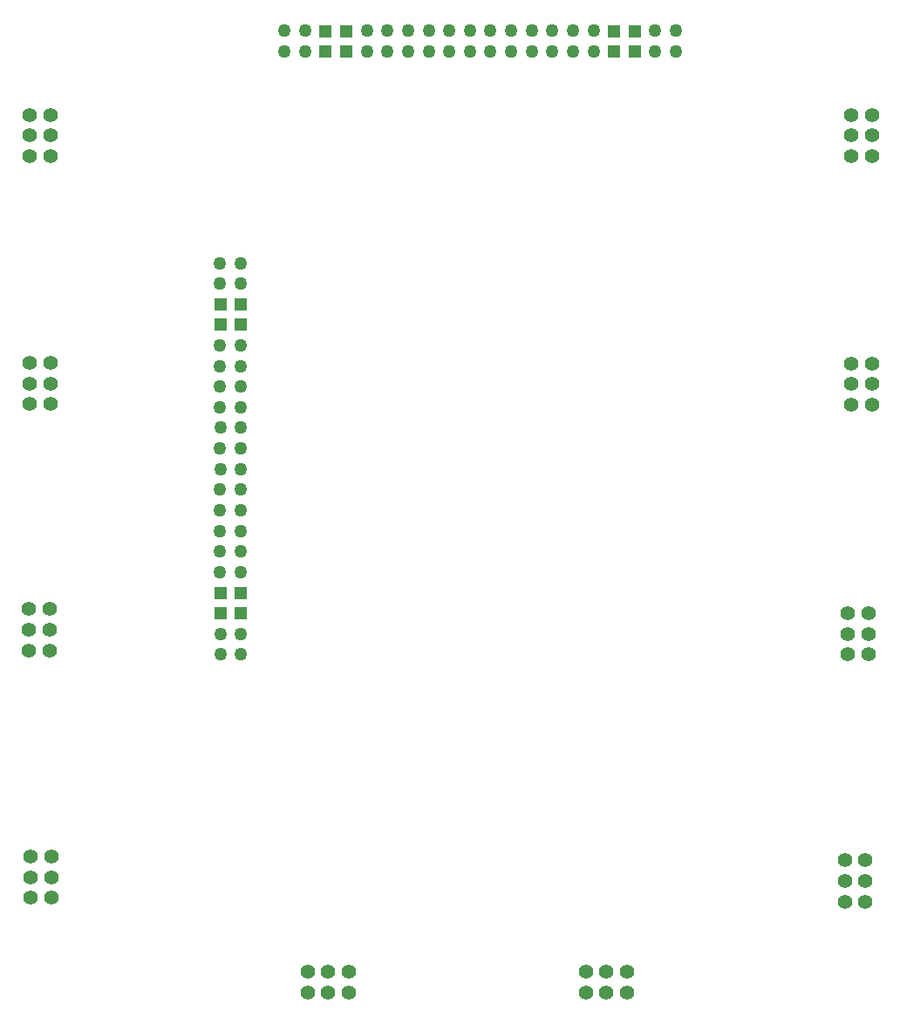
<source format=gbr>
G04 EAGLE Gerber RS-274X export*
G75*
%MOMM*%
%FSLAX34Y34*%
%LPD*%
%INTop Copper*%
%IPPOS*%
%AMOC8*
5,1,8,0,0,1.08239X$1,22.5*%
G01*
G04 Define Apertures*
%ADD10C,1.408000*%
%ADD11R,1.258000X1.258000*%
%ADD12C,1.258000*%
%ADD13C,0.609600*%
%ADD14R,0.756400X0.756400*%
D10*
X817800Y570400D03*
X837800Y570400D03*
X817800Y590400D03*
X837800Y590400D03*
X817800Y610400D03*
X837800Y610400D03*
X817800Y811800D03*
X837800Y811800D03*
X817800Y831800D03*
X837800Y831800D03*
X817800Y851800D03*
X837800Y851800D03*
D11*
X225300Y367900D03*
X225300Y387900D03*
X205300Y367900D03*
X205300Y387900D03*
X225300Y647900D03*
X225200Y668000D03*
X205300Y647900D03*
X205400Y667900D03*
X327500Y913200D03*
X307500Y913200D03*
X307500Y933100D03*
X327500Y933100D03*
X587500Y933200D03*
X587600Y913300D03*
X607400Y933200D03*
X607500Y913000D03*
D12*
X225200Y327900D03*
X225300Y348000D03*
X205300Y328000D03*
X205400Y347900D03*
X225200Y408000D03*
X205200Y407900D03*
X225200Y428000D03*
X205200Y427900D03*
X205200Y447900D03*
X225200Y448000D03*
X225200Y468000D03*
X205200Y468100D03*
X225300Y488000D03*
X205200Y487900D03*
X225200Y507900D03*
X205300Y508000D03*
X225200Y528000D03*
X205200Y527900D03*
X225300Y548000D03*
X205300Y548000D03*
X225300Y568000D03*
X205200Y568000D03*
X225300Y587900D03*
X205200Y587900D03*
X225300Y607900D03*
X205200Y607900D03*
X225300Y628000D03*
X205200Y628000D03*
X225300Y687900D03*
X205200Y687900D03*
X225300Y708000D03*
X205200Y708000D03*
X287600Y913200D03*
X267500Y913200D03*
X287600Y933300D03*
X267500Y933300D03*
X367600Y913200D03*
X347500Y913200D03*
X367600Y933300D03*
X347500Y933300D03*
X407600Y913300D03*
X387500Y913300D03*
X407600Y933400D03*
X387500Y933400D03*
X447600Y913300D03*
X427500Y913300D03*
X447600Y933400D03*
X427500Y933400D03*
X487600Y913200D03*
X467500Y913200D03*
X487600Y933300D03*
X467500Y933300D03*
X527600Y913200D03*
X507500Y913200D03*
X527600Y933300D03*
X507500Y933300D03*
X567700Y913200D03*
X547600Y913200D03*
X567700Y933300D03*
X547600Y933300D03*
X647600Y913200D03*
X627500Y913200D03*
X647600Y933300D03*
X627500Y933300D03*
D10*
X814700Y328100D03*
X834700Y328100D03*
X814700Y348100D03*
X834700Y348100D03*
X814700Y368100D03*
X834700Y368100D03*
X811700Y88100D03*
X831700Y88100D03*
X811700Y108100D03*
X831700Y108100D03*
X811700Y128100D03*
X831700Y128100D03*
X41300Y131900D03*
X21300Y131900D03*
X41300Y111900D03*
X21300Y111900D03*
X41300Y91900D03*
X21300Y91900D03*
X39300Y371900D03*
X19300Y371900D03*
X39300Y351900D03*
X19300Y351900D03*
X39300Y331900D03*
X19300Y331900D03*
X40300Y610900D03*
X20300Y610900D03*
X40300Y590900D03*
X20300Y590900D03*
X40300Y570900D03*
X20300Y570900D03*
X40300Y851900D03*
X20300Y851900D03*
X40300Y831900D03*
X20300Y831900D03*
X40300Y811900D03*
X20300Y811900D03*
X290000Y20000D03*
X290000Y0D03*
X310000Y20000D03*
X310000Y0D03*
X330000Y20000D03*
X330000Y0D03*
X560000Y20000D03*
X560000Y0D03*
X580000Y20000D03*
X580000Y0D03*
X600000Y20000D03*
X600000Y0D03*
D13*
X817800Y851800D02*
X817600Y852000D01*
D14*
X817600Y852000D03*
M02*

</source>
